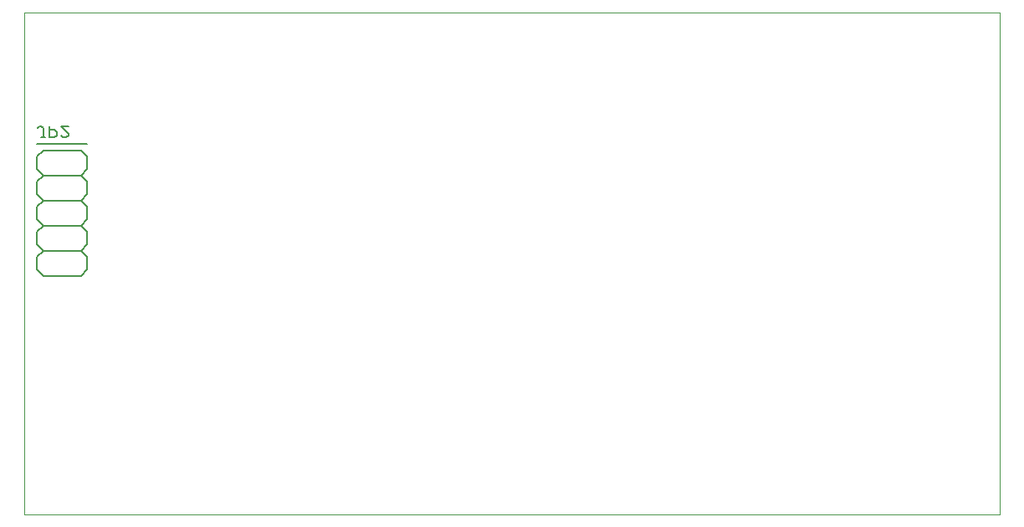
<source format=gbo>
G75*
%MOIN*%
%OFA0B0*%
%FSLAX25Y25*%
%IPPOS*%
%LPD*%
%AMOC8*
5,1,8,0,0,1.08239X$1,22.5*
%
%ADD10C,0.00000*%
%ADD11C,0.00600*%
%ADD12C,0.00500*%
D10*
X0001000Y0001250D02*
X0001000Y0201211D01*
X0389583Y0201211D01*
X0389583Y0001250D01*
X0001000Y0001250D01*
D11*
X0008500Y0096250D02*
X0023500Y0096250D01*
X0026000Y0098750D01*
X0026000Y0103750D01*
X0023500Y0106250D01*
X0008500Y0106250D01*
X0006000Y0103750D01*
X0006000Y0098750D01*
X0008500Y0096250D01*
X0008500Y0106250D02*
X0006000Y0108750D01*
X0006000Y0113750D01*
X0008500Y0116250D01*
X0023500Y0116250D01*
X0026000Y0113750D01*
X0026000Y0108750D01*
X0023500Y0106250D01*
X0023500Y0116250D02*
X0026000Y0118750D01*
X0026000Y0123750D01*
X0023500Y0126250D01*
X0008500Y0126250D01*
X0006000Y0123750D01*
X0006000Y0118750D01*
X0008500Y0116250D01*
X0008500Y0126250D02*
X0006000Y0128750D01*
X0006000Y0133750D01*
X0008500Y0136250D01*
X0023500Y0136250D01*
X0026000Y0133750D01*
X0026000Y0128750D01*
X0023500Y0126250D01*
X0023500Y0136250D02*
X0026000Y0138750D01*
X0026000Y0143750D01*
X0023500Y0146250D01*
X0008500Y0146250D01*
X0006000Y0143750D01*
X0006000Y0138750D01*
X0008500Y0136250D01*
D12*
X0006000Y0148750D02*
X0026000Y0148750D01*
X0018460Y0152247D02*
X0017710Y0151496D01*
X0016208Y0151496D01*
X0015458Y0152247D01*
X0013856Y0152247D02*
X0013856Y0153748D01*
X0013106Y0154499D01*
X0010854Y0154499D01*
X0010854Y0156000D02*
X0010854Y0151496D01*
X0013106Y0151496D01*
X0013856Y0152247D01*
X0015458Y0156000D02*
X0018460Y0152997D01*
X0018460Y0152247D01*
X0018460Y0156000D02*
X0015458Y0156000D01*
X0008502Y0155249D02*
X0008502Y0151496D01*
X0007751Y0151496D02*
X0009253Y0151496D01*
X0008502Y0155249D02*
X0007751Y0156000D01*
X0007001Y0156000D01*
X0006250Y0155249D01*
M02*

</source>
